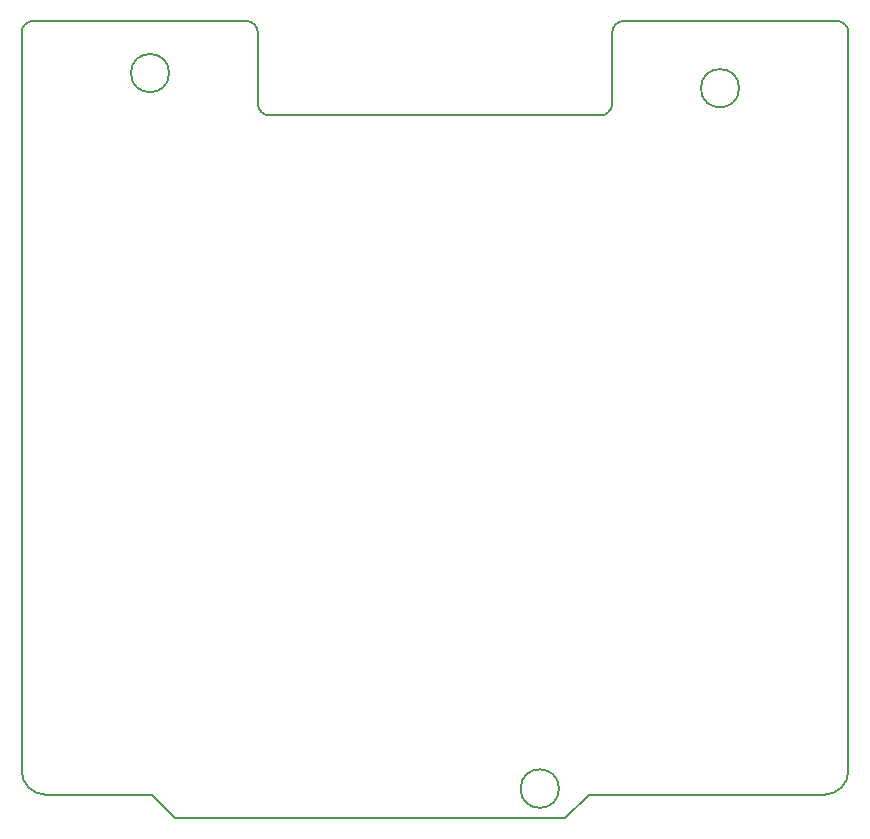
<source format=gm1>
%TF.GenerationSoftware,KiCad,Pcbnew,9.0.7-9.0.7~ubuntu24.04.1*%
%TF.CreationDate,2026-01-13T16:25:48+01:00*%
%TF.ProjectId,power,706f7765-722e-46b6-9963-61645f706362,1.0*%
%TF.SameCoordinates,Original*%
%TF.FileFunction,Profile,NP*%
%FSLAX46Y46*%
G04 Gerber Fmt 4.6, Leading zero omitted, Abs format (unit mm)*
G04 Created by KiCad (PCBNEW 9.0.7-9.0.7~ubuntu24.04.1) date 2026-01-13 16:25:48*
%MOMM*%
%LPD*%
G01*
G04 APERTURE LIST*
%TA.AperFunction,Profile*%
%ADD10C,0.150000*%
%TD*%
G04 APERTURE END LIST*
D10*
X185000000Y-48500000D02*
X167000000Y-48500000D01*
X162000000Y-116000000D02*
X164000000Y-114000000D01*
X116000000Y-49500000D02*
G75*
G02*
X117000000Y-48500000I1000000J0D01*
G01*
X164000000Y-114000000D02*
X184000000Y-114000000D01*
X166000000Y-55500000D02*
G75*
G02*
X165000000Y-56500000I-1000000J0D01*
G01*
X135000000Y-48500000D02*
G75*
G02*
X136000000Y-49500000I0J-1000000D01*
G01*
X185000000Y-48500000D02*
G75*
G02*
X186000000Y-49500000I0J-1000000D01*
G01*
X137000000Y-56500000D02*
G75*
G02*
X136000000Y-55500000I0J1000000D01*
G01*
X117000000Y-48500000D02*
X135000000Y-48500000D01*
X136000000Y-49500000D02*
X136000000Y-55500000D01*
X118000000Y-114000000D02*
G75*
G02*
X116000000Y-112000000I0J2000000D01*
G01*
X116000000Y-112000000D02*
X116000000Y-49500000D01*
X176750000Y-54200000D02*
G75*
G02*
X173510000Y-54200000I-1620000J0D01*
G01*
X173510000Y-54200000D02*
G75*
G02*
X176750000Y-54200000I1620000J0D01*
G01*
X165000000Y-56500000D02*
X137000000Y-56500000D01*
X166000000Y-49500000D02*
G75*
G02*
X167000000Y-48500000I1000000J0D01*
G01*
X129000000Y-116000000D02*
X162000000Y-116000000D01*
X128490000Y-52920000D02*
G75*
G02*
X125250000Y-52920000I-1620000J0D01*
G01*
X125250000Y-52920000D02*
G75*
G02*
X128490000Y-52920000I1620000J0D01*
G01*
X186000000Y-112000000D02*
X186000000Y-49500000D01*
X118000000Y-114000000D02*
X127000000Y-114000000D01*
X161500000Y-113500000D02*
G75*
G02*
X158240000Y-113500000I-1630000J0D01*
G01*
X158240000Y-113500000D02*
G75*
G02*
X161500000Y-113500000I1630000J0D01*
G01*
X127000000Y-114000000D02*
X129000000Y-116000000D01*
X166000000Y-49500000D02*
X166000000Y-55500000D01*
X186000000Y-112000000D02*
G75*
G02*
X184000000Y-114000000I-2000000J0D01*
G01*
M02*

</source>
